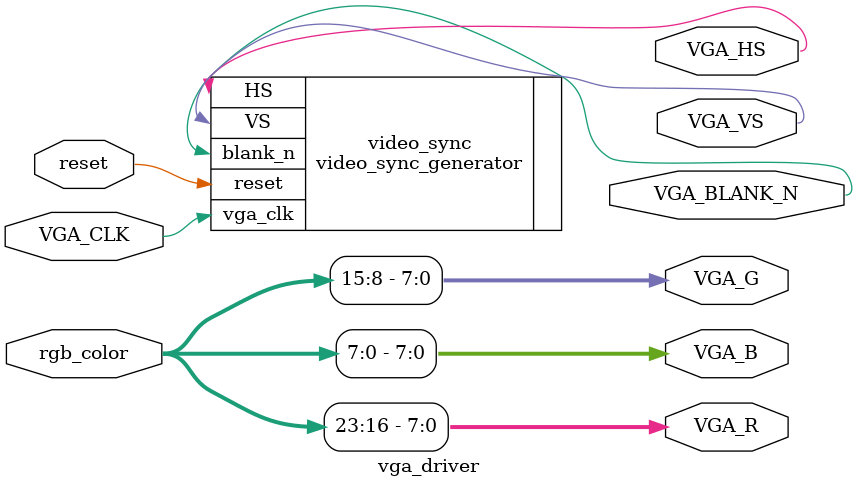
<source format=sv>
module vga_driver(
	input  logic VGA_CLK, 
	input  logic reset,
	input	 logic [23:0] rgb_color,
	output logic VGA_HS,      
	output logic VGA_VS,	     
	output logic [7:0] VGA_R,
	output logic [7:0] VGA_B,
	output logic [7:0] VGA_G, 
	output logic VGA_BLANK_N
);

video_sync_generator video_sync (
	.vga_clk(VGA_CLK),
	.reset(reset),
	.blank_n(VGA_BLANK_N),
	.HS(VGA_HS),
	.VS(VGA_VS));

assign VGA_R = rgb_color[23:16];
assign VGA_G = rgb_color[15:8];
assign VGA_B = rgb_color[7:0];
	
	
endmodule  // VGA_image_gen
</source>
